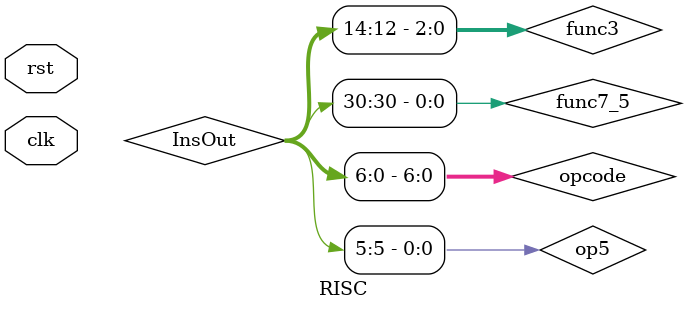
<source format=v>
`timescale 1ns/1ps
module RISC(clk, rst);
	input clk, rst;

	
	wire [31:0] ALUout;   //data to be shown on SSD

	wire PCSrc;
	
	wire [31:0] PCNext;
	wire [31:0] PC;
	wire [31:0] PCPlus4;
	wire [31:0] PCTarget;
	
	wire [31:0] InsOut;  //instruction out, encoded one
	wire [31:0] ALUin1, ALUin2;
	
	
	wire [6:0] opcode;
	//wire [31:0] wrData;        //write back data


	
	wire RegWrite;   //write enable of reg file
	
	
	wire [2:0] func3;
	wire func7_5;
	
	wire [2:0] ALUControl;
	
	assign func3 = InsOut[14:12];
	assign opcode = InsOut[6:0];
	assign op5 = InsOut[5];
	assign func7_5 = InsOut[30];
	
	wire [1:0] ALUOp;
	
	wire [31:0] ImmExt;
	wire [1:0] ImmSrc;
	
	wire [31:0] RD1;   //data output 1 from Reg file
	wire [31:0] RD2;	//data output 1 from Reg file
	
	wire [31:0] WD3;   //data in of Reg file
	
	wire ALUSrc;
	wire [31:0] RD;    //data output from data memory
	wire MemWrite;
	wire [1:0] ResultSrc;
	wire Branch;
	wire jump;

	wire zFlag;
	PC pc1(clk, rst, PCNext, PC);
	
	programMem InstructionMemory(.clk(clk), .InsOut(InsOut), .in(PC), .rst(rst)); //Instruction Memory

	mainDecoder main_decoder(.RegWrite(RegWrite), .ImmSrc(ImmSrc), .ALUSrc(ALUSrc), .MemWrite(MemWrite), .ResultSrc(ResultSrc), .PCSrc(PCSrc), .Branch(Branch), .jump(jump), .ALUOp(ALUOp), .opcode(opcode));
	
	signExt extend(.in(InsOut), .out(ImmExt), .ImmSrc(ImmSrc));
	
	ALUDecoder aluDecod(.ALUop(ALUOp), .func3(func3), .op5(op5), .func7_5(func7_5), .ALUControl(ALUControl));
	
	ALU alu(.ALUout(ALUout), .ALUin1(RD1), .ALUin2(ALUin2), .control(ALUControl), .zFlag(zFlag));
	dMemory dataMem(.clk(clk), .rst(rst), .A(ALUout), .WD(RD2), .RD(RD), .writeEn(MemWrite));
	RegFile regFile(.clk(clk), .rst(rst), .data_in(WD3), .writeEn(RegWrite), .addr(InsOut[11:7]), .data_out1(RD1), .data_out2(RD2), .readAddr1(InsOut[19:15]), .readAddr2(InsOut[24:20]));

	mux_2x1 mux1(.in0(RD2), .in1(ImmExt), .out(ALUin2), .s(ALUSrc));
	
	mux_2x1_2_bit mux2(.in0(ALUout), .in1(RD), .in2(PCPlus4), .out(WD3), .s(ResultSrc));
	
	
	adder ADDER_for_PC(.in(PC), .out(PCPlus4));   //1 adding adder
	normalAdder adder_beq(.in1(PC), .in2(ImmExt), .out(PCTarget));        //Adder for BEQ
	mux_2x1 mux3(.in0(PCPlus4), .in1(PCTarget), .out(PCNext), .s(PCSrc));   //MUX near PC
	
	
endmodule
</source>
